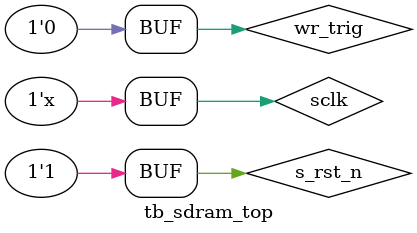
<source format=v>
`timescale   1ns/1ns
module tb_sdram_top();

reg					sclk;
reg					s_rst_n;

wire 				sdram_clk	;	
wire 				sdram_cke	;
wire 				sdram_cs_n	;
wire 				sdram_cas_n	;
wire 				sdram_ras_n	;
wire 				sdram_we_n	;
wire 	[  1:0]		sdram_bank	;
wire 	[11:0]		sdram_addr	;
wire 	[  1:0]		sdram_dqm	;
wire 	[15:0]		sdram_dq	;

reg					wr_trig		;
initial begin
	wr_trig	<=	0;
	#205000
	wr_trig	<=	1;
	#20
	wr_trig	<=	0;

end


initial begin
	sclk		=		1;
	s_rst_n	=		0;
	#100
	s_rst_n	<=		1;
end

always #10 sclk	=	~sclk;

defparam sdram_model_plus_inst.addr_bits 		=	12;
defparam sdram_model_plus_inst.data_bits 		= 	16;
defparam sdram_model_plus_inst.col_bits  		=	9;
defparam sdram_model_plus_inst.mem_sizes 	= 	2*1024*1024;		//2M

sdram_top	sdram_top_inst(
	.sclk			(sclk			),
	.s_rst_n		(s_rst_n		),
	// SDRAM Interfaces
	.sdram_clk	(sdram_clk	),
	.sdram_cke	(sdram_cke	),
	.sdram_cs_n	(sdram_cs_n	),
	.sdram_cas_n	(sdram_cas_n	),
	.sdram_ras_n	(sdram_ras_n	),
	.sdram_we_n	(sdram_we_n	),
	.sdram_bank	(sdram_bank	),
	.sdram_addr	(sdram_addr	),
	.sdram_dqm	(sdram_dqm	),
	.sdram_dq	(sdram_dq	),
	.wr_trig		(wr_trig		)
);

sdram_model_plus	sdram_model_plus_inst (
	.Dq				(sdram_dq	), 
	.Addr			(sdram_addr	), 
	.Ba				(sdram_bank	), 
	.Clk				(sdram_clk	), 
	.Cke				(sdram_cke	), 
	.Cs_n			(sdram_cs_n	), 
	.Ras_n			(sdram_ras_n	), 
	.Cas_n			(sdram_cas_n	), 
	.We_n			(sdram_we_n	), 
	.Dqm			(sdram_dqm	),
	.Debug                    (1'b1		)
);
endmodule

</source>
